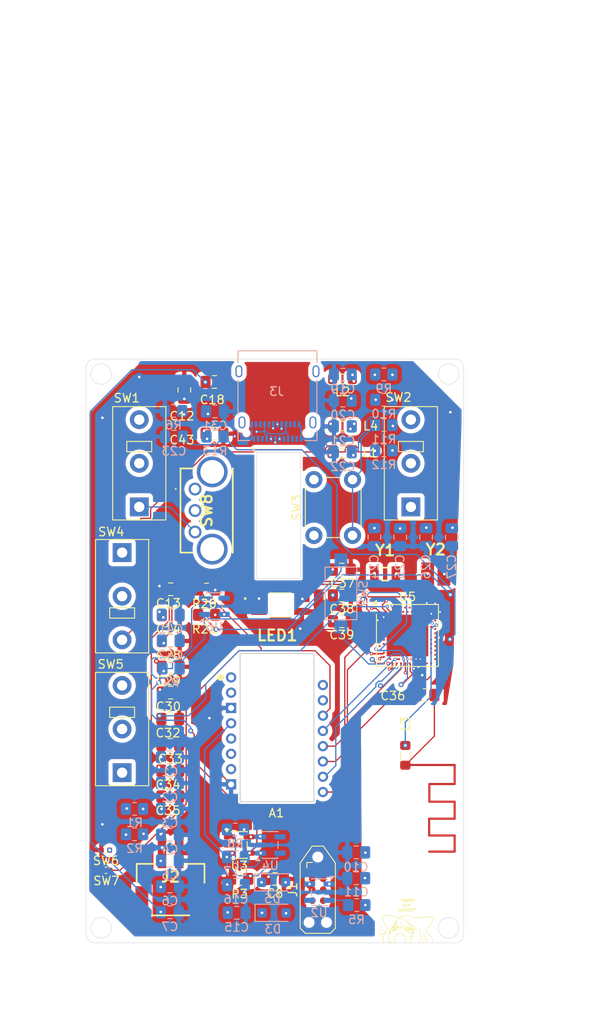
<source format=kicad_pcb>
(kicad_pcb (version 20241229) (generator "pcbnew") (generator_version "9.0")
  (layers (0 "F.Cu" signal) (4 "In1.Cu" signal) (6 "In2.Cu" signal) (8 "In3.Cu" signal) (10 "In4.Cu" signal) (2 "B.Cu" signal) (13 "F.Paste" user) (15 "B.Paste" user) (5 "F.SilkS" user "F.Silkscreen") (7 "B.SilkS" user "B.Silkscreen") (1 "F.Mask" user) (3 "B.Mask" user) (25 "Edge.Cuts" user))
  (net 0 "")
  (net 1 "+3.3V")
  (net 2 "MISO")
  (net 3 "MOTION")
  (net 4 "MOSI")
  (net 6 "MSNCS")
  (net 7 "Net-(A1-VDDREG)")
  (net 9 "GND")
  (net 10 "NRESET")
  (net 13 "VDD_1.9V")
  (net 14 "SCLK")
  (net 15 "Net-(A1-LED_P)")
  (net 16 "Net-(AE1-A)")
  (net 17 "+BATT")
  (net 18 "VDDW1")
  (net 19 "Net-(D3-K)")
  (net 20 "Switch1")
  (net 21 "Switch2")
  (net 22 "Switch3")
  (net 23 "Switch4")
  (net 24 "Switch5")
  (net 25 "C1-1")
  (net 26 "C1-2")
  (net 27 "C2-1")
  (net 28 "C2-2")
  (net 29 "Net-(U5-DEC1)")
  (net 30 "VBUS")
  (net 31 "Net-(J3-SHIELD)")
  (net 32 "RFDEC4")
  (net 33 "Net-(U5-DEC2)")
  (net 34 "Net-(U5-DEC3)")
  (net 35 "RFANT")
  (net 36 "Net-(U5-DEC5)")
  (net 37 "+5V")
  (net 38 "D-")
  (net 39 "D+")
  (net 40 "Net-(J3-CC1)")
  (net 41 "RFDCC")
  (net 42 "Net-(L1-Pad2)")
  (net 43 "DCCH")
  (net 44 "LED")
  (net 46 "Net-(U3-PROG)")
  (net 47 "Net-(U6-EN)")
  (net 48 "Net-(U2-EN)")
  (net 49 "Net-(U4-EN)")
  (net 50 "Net-(SW1-B)")
  (net 51 "Net-(SW2-B)")
  (net 52 "Net-(SW3-B)")
  (net 53 "Net-(SW4-B)")
  (net 54 "Net-(SW5-B)")
  (net 55 "RESET")
  (net 56 "RECW")
  (net 57 "RECCW")
  (net 86 "SWDCLK")
  (net 98 "Net-(SW9-B)")
  (net 100 "SWDIO")
  (footprint "Capacitor_SMD:C_0805_2012Metric_Pad1.18x1.45mm_HandSolder" (layer "F.Cu") (at 133.9 105.1)
    (property "Reference" "C39")
    (property "Value" "4.7μF")
  )
  (footprint "Button_Switch_THT:SW_PUSH_6mm" (layer "F.Cu") (at 130.65 95.1 90)
    (property "Reference" "SW3")
    (property "Value" "SW_SPST")
  )
  (footprint "Capacitor_SMD:C_0805_2012Metric_Pad1.18x1.45mm_HandSolder" (layer "F.Cu") (at 113.9625 113.41)
    (property "Reference" "C30")
    (property "Value" "1μF")
  )
  (footprint "Connector:Tag-Connect_TC2050-IDC-NL_2x05_P1.27mm_Vertical" (layer "F.Cu") (at 131.1 136.36 -90)
    (property "Reference" "J1")
    (property "Value" "TC2050")
  )
  (footprint "Resistor_SMD:R_0805_2012Metric_Pad1.20x1.40mm_HandSolder" (layer "F.Cu") (at 118.15 104.35)
    (property "Reference" "R21")
    (property "Value" "10kΩ")
  )
  (footprint "custom:SW_Tactile_SPDT_Omron_D2F" (layer "F.Cu") (at 108.3 97.1)
    (property "Reference" "SW4")
    (property "Value" "SW_SPST")
  )
  (footprint "Capacitor_SMD:C_0805_2012Metric_Pad1.18x1.45mm_HandSolder" (layer "F.Cu") (at 119.0625 77.23)
    (property "Reference" "C18")
    (property "Value" "10μF")
  )
  (footprint "Inductor_SMD:L_0805_2012Metric_Pad1.05x1.20mm_HandSolder" (layer "F.Cu") (at 133.9 85.5)
    (property "Reference" "L1")
    (property "Value" "10μH")
  )
  (footprint "Inductor_SMD:L_0805_2012Metric_Pad1.05x1.20mm_HandSolder" (layer "F.Cu") (at 141.3 120.7082 -90)
    (property "Reference" "L3")
    (property "Value" "3.3nH")
  )
  (footprint "Capacitor_SMD:C_0805_2012Metric_Pad1.18x1.45mm_HandSolder" (layer "F.Cu") (at 133.9 99.08)
    (property "Reference" "C37")
    (property "Value" "N.C.")
  )
  (footprint "custom:JSTPH2PINSMTRIGHTANGLECONNECTOR" (layer "F.Cu") (at 113.95 136.35)
    (property "Reference" "J2")
    (property "Value" "JSTPH" (hide yes))
  )
  (footprint "Package_TO_SOT_SMD:SOT-23-5" (layer "F.Cu") (at 121.9625 131.15)
    (property "Reference" "U3")
    (property "Value" "MCP73831-2-OT")
  )
  (footprint "Capacitor_SMD:C_0805_2012Metric_Pad1.18x1.45mm_HandSolder" (layer "F.Cu") (at 133.9 102.09)
    (property "Reference" "C38")
    (property "Value" "100nF")
  )
  (footprint "Capacitor_SMD:C_0805_2012Metric_Pad1.18x1.45mm_HandSolder" (layer "F.Cu") (at 126.1125 135.1)
    (property "Reference" "C8")
    (property "Value" "10μF")
  )
  (footprint "Capacitor_SMD:C_0402_1005Metric" (layer "F.Cu") (at 106.37 131.75)
    (property "Reference" "SW6")
    (property "Value" "SW_SPST")
  )
  (footprint "Package_DFN_QFN:Nordic_AQFN-73-1EP_7x7mm_P0.5mm" (layer "F.Cu") (at 141.55 106.75)
    (property "Reference" "U5")
    (property "Value" "nRF52840")
  )
  (footprint "custom:PAW3395" (layer "F.Cu") (at 121 111.635)
    (property "Reference" "A1")
    (property "Value" "~")
    (fp_line (start 1.05 -2.78) (end 1.05 14.48) (stroke (width 0.12)) (layer "Edge.Cuts"))
    (fp_line (start 1.05 -2.78) (end 9.65 -2.78) (stroke (width 0.12)) (layer "Edge.Cuts"))
    (fp_line (start 1.05 14.48) (end 9.65 14.48) (stroke (width 0.12)) (layer "Edge.Cuts"))
    (fp_line (start 9.65 -2.78) (end 9.65 14.48) (stroke (width 0.12)) (layer "Edge.Cuts"))
  )
  (footprint "custom:ABM8A32000MHZD2YT3" (layer "F.Cu") (at 144.85 99.6)
    (property "Reference" "Y2")
    (property "Value" "32 Hz" (hide yes))
  )
  (footprint "custom:FC135327680KAA" (layer "F.Cu") (at 138.95 99.6)
    (property "Reference" "Y1")
    (property "Value" "32.768 Hz" (hide yes))
  )
  (footprint "Capacitor_SMD:C_0805_2012Metric_Pad1.18x1.45mm_HandSolder" (layer "F.Cu") (at 119.0625 83.25)
    (property "Reference" "C43")
    (property "Value" "10μF")
  )
  (footprint "Capacitor_SMD:C_0805_2012Metric_Pad1.18x1.45mm_HandSolder" (layer "F.Cu") (at 113.9125 119.49)
    (property "Reference" "C33")
    (property "Value" "N.C.")
  )
  (footprint "custom:EC10E1220503" (layer "F.Cu") (at 116.8 89.7 -90)
    (property "Reference" "SW8")
    (property "Value" "RotaryEncoder" (hide yes))
  )
  (footprint "custom:SW_Tactile_SPDT_Omron_D2F" (layer "F.Cu") (at 141.95 91.78 180)
    (property "Reference" "SW2")
    (property "Value" "SW_SPST")
  )
  (footprint "Capacitor_SMD:C_0805_2012Metric_Pad1.18x1.45mm_HandSolder" (layer "F.Cu") (at 113.9125 122.5)
    (property "Reference" "C34")
    (property "Value" "100pF")
  )
  (footprint "Resistor_SMD:R_0805_2012Metric_Pad1.20x1.40mm_HandSolder" (layer "F.Cu") (at 122 135.1)
    (property "Reference" "R3")
    (property "Value" "2kΩ")
  )
  (footprint "Inductor_SMD:L_0805_2012Metric_Pad1.05x1.20mm_HandSolder" (layer "F.Cu") (at 133.98 82.375)
    (property "Reference" "L4")
    (property "Value" "10μH")
  )
  (footprint "Inductor_SMD:L_0805_2012Metric_Pad1.05x1.20mm_HandSolder" (layer "F.Cu") (at 133.98 76.875)
    (property "Reference" "L2")
    (property "Value" "15nH")
  )
  (footprint "Capacitor_SMD:C_0805_2012Metric_Pad1.18x1.45mm_HandSolder" (layer "F.Cu") (at 113.9125 125.51)
    (property "Reference" "C35")
    (property "Value" "0.8pF")
  )
  (footprint "Capacitor_SMD:C_0805_2012Metric_Pad1.18x1.45mm_HandSolder" (layer "F.Cu") (at 113.9625 101.37)
    (property "Reference" "C13")
    (property "Value" "100nF")
  )
  (footprint "Capacitor_SMD:C_0805_2012Metric_Pad1.18x1.45mm_HandSolder" (layer "F.Cu") (at 143.65 113.7 180)
    (property "Reference" "C36")
    (property "Value" "0.5pF")
  )
  (footprint "Capacitor_SMD:C_0805_2012Metric_Pad1.18x1.45mm_HandSolder" (layer "F.Cu") (at 113.9125 116.48)
    (property "Reference" "C32")
    (property "Value" "1μF")
  )
  (footprint "Capacitor_SMD:C_0805_2012Metric_Pad1.18x1.45mm_HandSolder" (layer "F.Cu") (at 113.9625 104.38)
    (property "Reference" "C14")
    (property "Value" "100nF")
  )
  (footprint "Capacitor_SMD:C_0402_1005Metric" (layer "F.Cu") (at 106.42 134.1)
    (property "Reference" "SW7")
    (property "Value" "SW_SPST")
  )
  (footprint "Resistor_SMD:R_0805_2012Metric_Pad1.20x1.40mm_HandSolder" (layer "F.Cu") (at 118.15 101.4)
    (property "Reference" "R20")
    (property "Value" "10kΩ")
  )
  (footprint "Capacitor_SMD:C_0805_2012Metric_Pad1.18x1.45mm_HandSolder" (layer "F.Cu") (at 115.55 78.15 90)
    (property "Reference" "C12")
    (property "Value" "10μF")
  )
  (footprint "Capacitor_SMD:C_0805_2012Metric_Pad1.18x1.45mm_HandSolder" (layer "F.Cu") (at 113.9625 110.4)
    (property "Reference" "C29")
    (property "Value" "4.7μF")
  )
  (footprint "Capacitor_SMD:C_0805_2012Metric_Pad1.18x1.45mm_HandSolder" (layer "F.Cu") (at 113.9625 107.39)
    (property "Reference" "C28")
    (property "Value" "100nF")
  )
  (footprint "custom:SW_Tactile_SPDT_Omron_D2F" (layer "F.Cu") (at 110.3 91.78 180)
    (property "Reference" "SW1")
    (property "Value" "SW_SPST")
  )
  (footprint "custom:SK6812MINIE" (layer "F.Cu") (at 126.75 103.2)
    (property "Reference" "LED1")
    (property "Value" "SK6812MINI-E" (hide yes))
  )
  (footprint "custom:LOGO" (layer "F.Cu") (at 141.65 139.075)
    (property "Reference" "G***" (hide yes))
    (property "Value" "LOGO" (hide yes))
  )
  (footprint "custom:SW_Tactile_SPDT_Omron_D2F" (layer "F.Cu") (at 108.3 122.73 180)
    (property "Reference" "SW5")
    (property "Value" "SW_SPST")
  )
  (footprint "Capacitor_SMD:C_0805_2012Metric_Pad1.18x1.45mm_HandSolder" (layer "B.Cu") (at 113.87 126.95)
    (property "Reference" "C3")
    (property "Value" "10μF")
  )
  (footprint "Capacitor_SMD:C_0805_2012Metric_Pad1.18x1.45mm_HandSolder" (layer "B.Cu") (at 134.02 85.41)
    (property "Reference" "C22")
    (property "Value" "100nF")
  )
  (footprint "Button_Switch_SMD:SW_SPST_CK_RS282G05A3" (layer "B.Cu") (at 133.8 101.85 90)
    (property "Reference" "SW9")
    (property "Value" "SW_SPST")
  )
  (footprint "Capacitor_SMD:C_0805_2012Metric_Pad1.18x1.45mm_HandSolder" (layer "B.Cu") (at 113.87 129.96)
    (property "Reference" "C4")
    (property "Value" "100nF")
  )
  (footprint "Resistor_SMD:R_0805_2012Metric_Pad1.20x1.40mm_HandSolder" (layer "B.Cu") (at 138.8 79.3)
    (property "Reference" "R10")
    (property "Value" "10kΩ")
  )
  (footprint "Capacitor_SMD:C_0805_2012Metric_Pad1.18x1.45mm_HandSolder" (layer "B.Cu") (at 113.87 135.98)
    (property "Reference" "C6")
    (property "Value" "10μF")
  )
  (footprint "Capacitor_SMD:C_0805_2012Metric_Pad1.18x1.45mm_HandSolder" (layer "B.Cu") (at 119.1125 80.65)
    (property "Reference" "C31")
    (property "Value" "100nF")
  )
  (footprint "Capacitor_SMD:C_0805_2012Metric_Pad1.18x1.45mm_HandSolder" (layer "B.Cu") (at 121.55 132.55)
    (property "Reference" "C17")
    (property "Value" "1μF")
  )
  (footprint "Capacitor_SMD:C_0805_2012Metric_Pad1.18x1.45mm_HandSolder" (layer "B.Cu") (at 113.97 104.34)
    (property "Reference" "C41")
    (property "Value" "10μF")
  )
  (footprint "Capacitor_SMD:C_0805_2012Metric_Pad1.18x1.45mm_HandSolder" (layer "B.Cu") (at 135.5875 135.02 180)
    (property "Reference" "C11")
    (property "Value" "1μF")
  )
  (footprint "Resistor_SMD:R_0805_2012Metric_Pad1.20x1.40mm_HandSolder" (layer "B.Cu") (at 135.65 138.15 180)
    (property "Reference" "R5")
    (property "Value" "100kΩ")
  )
  (footprint "Capacitor_SMD:C_0805_2012Metric_Pad1.18x1.45mm_HandSolder" (layer "B.Cu") (at 146.73 95.3 90)
    (property "Reference" "C27")
    (property "Value" "12pF")
  )
  (footprint "Package_TO_SOT_SMD:SOT-23-5" (layer "B.Cu") (at 131.2875 136.65 180)
    (property "Reference" "U2")
    (property "Value" "SPX3819M5-L-3-3")
  )
  (footprint "Capacitor_SMD:C_0805_2012Metric_Pad1.18x1.45mm_HandSolder" (layer "B.Cu") (at 113.87 123.94)
    (property "Reference" "C2")
    (property "Value" "100nF")
  )
  (footprint "Capacitor_SMD:C_0805_2012Metric_Pad1.18x1.45mm_HandSolder" (layer "B.Cu") (at 137.7 95.3 90)
    (property "Reference" "C24")
    (property "Value" "12pF")
  )
  (footprint "Capacitor_SMD:C_0805_2012Metric_Pad1.18x1.45mm_HandSolder" (layer "B.Cu") (at 113.97 107.35)
    (property "Reference" "C42")
    (property "Value" "1μF")
  )
  (footprint "Resistor_SMD:R_0805_2012Metric_Pad1.20x1.40mm_HandSolder" (layer "B.Cu") (at 138.8 82.25)
    (property "Reference" "R11")
    (property "Value" "10kΩ")
  )
  (footprint "Capacitor_SMD:C_0805_2012Metric_Pad1.18x1.45mm_HandSolder" (layer "B.Cu") (at 121.5625 135.8)
    (property "Reference" "C16")
    (property "Value" "10μF")
  )
  (footprint "Resistor_SMD:R_0805_2012Metric_Pad1.20x1.40mm_HandSolder" (layer "B.Cu") (at 121.5 129.35)
    (property "Reference" "R8")
    (property "Value" "100kΩ")
  )
  (footprint "Resistor_SMD:R_0805_2012Metric_Pad1.20x1.40mm_HandSolder" (layer "B.Cu") (at 114.3 80.6)
    (property "Reference" "R6")
    (property "Value" "5.1kΩ")
  )
  (footprint "Capacitor_SMD:C_0805_2012Metric_Pad1.18x1.45mm_HandSolder" (layer "B.Cu") (at 143.72 95.3 90)
    (property "Reference" "C26")
    (property "Value" "12pF")
  )
  (footprint "custom:AMPHENOL_12401598E4_2A" (layer "B.Cu") (at 126.4 83.19)
    (property "Reference" "J3")
    (property "Value" "USB_C_Receptacle_USB2.0_14P")
    (fp_line (start 3.45 0.325) (end 3.75 0.325) (stroke (width 0.01)) (layer "Edge.Cuts"))
    (fp_line (start 3.75 -0.325) (end 3.45 -0.325) (stroke (width 0.01)) (layer "Edge.Cuts"))
    (fp_arc (start 3.125 0) (mid 3.22019 -0.22981) (end 3.45 -0.325) (stroke (width 0.01)) (layer "Edge.Cuts"))
    (fp_arc (start 3.45 0.325) (mid 3.22019 0.22981) (end 3.125 0) (stroke (width 0.01)) (layer "Edge.Cuts"))
    (fp_arc (start 3.75 -0.325) (mid 3.97981 -0.22981) (end 4.075 0) (stroke (width 0.01)) (layer "Edge.Cuts"))
    (fp_arc (start 4.075 0) (mid 3.97981 0.22981) (end 3.75 0.325) (stroke (width 0.01)) (layer "Edge.Cuts"))
  )
  (footprint "Capacitor_SMD:C_0805_2012Metric_Pad1.18x1.45mm_HandSolder" (layer "B.Cu") (at 113.87 120.93)
    (property "Reference" "C1")
    (property "Value" "4.7μF")
  )
  (footprint "Resistor_SMD:R_0805_2012Metric_Pad1.20x1.40mm_HandSolder" (layer "B.Cu") (at 114 110.6)
    (property "Reference" "R4")
    (property "Value" "100kΩ")
  )
  (footprint "Resistor_SMD:R_0805_2012Metric_Pad1.20x1.40mm_HandSolder" (layer "B.Cu") (at 109.75 129.9)
    (property "Reference" "R2")
    (property "Value" "5.6Ω")
  )
  (footprint "Capacitor_SMD:C_0805_2012Metric_Pad1.18x1.45mm_HandSolder" (layer "B.Cu") (at 113.87 132.97)
    (property "Reference" "C5")
    (property "Value" "100nF")
  )
  (footprint "Package_TO_SOT_SMD:SOT-23-5" (layer "B.Cu") (at 125.5625 131.15)
    (property "Reference" "U4")
    (property "Value" "TLV70019_SOT23-5")
  )
  (footprint "Capacitor_SMD:C_0805_2012Metric_Pad1.18x1.45mm_HandSolder" (layer "B.Cu") (at 114.35 83.6)
    (property "Reference" "C23")
    (property "Value" "100nF")
  )
  (footprint "Capacitor_SMD:C_0805_2012Metric_Pad1.18x1.45mm_HandSolder" (layer "B.Cu") (at 140.71 95.3 90)
    (property "Reference" "C25")
    (property "Value" "12pF")
  )
  (footprint "Capacitor_SMD:C_0805_2012Metric_Pad1.18x1.45mm_HandSolder" (layer "B.Cu") (at 134.02 76.38)
    (property "Reference" "C19")
    (property "Value" "100nF")
  )
  (footprint "Resistor_SMD:R_0805_2012Metric_Pad1.20x1.40mm_HandSolder" (layer "B.Cu") (at 109.75 126.95)
    (property "Reference" "R1")
    (property "Value" "10kΩ")
  )
  (footprint "Package_TO_SOT_SMD:SOT-23-5" (layer "B.Cu") (at 119.05 103.35)
    (property "Reference" "U6")
    (property "Value" "SPX3819M5-L-5-0")
  )
  (footprint "Resistor_SMD:R_0805_2012Metric_Pad1.20x1.40mm_HandSolder" (layer "B.Cu") (at 138.8 76.35)
    (property "Reference" "R9")
    (property "Value" "10kΩ")
  )
  (footprint "Capacitor_SMD:C_0805_2012Metric_Pad1.18x1.45mm_HandSolder" (layer "B.Cu") (at 135.5875 132.01 180)
    (property "Reference" "C10")
    (property "Value" "10μF")
  )
  (footprint "Capacitor_SMD:C_0805_2012Metric_Pad1.18x1.45mm_HandSolder" (layer "B.Cu") (at 134.02 79.39)
    (property "Reference" "C20")
    (property "Value" "100nF")
  )
  (footprint "Diode_SMD:D_SOD-123F" (layer "B.Cu") (at 125.95 135.5)
    (property "Reference" "D5")
    (property "Value" "MBR1020VL")
  )
  (footprint "Capacitor_SMD:C_0805_2012Metric_Pad1.18x1.45mm_HandSolder" (layer "B.Cu") (at 121.65 139.05)
    (property "Reference" "C15")
    (property "Value" "10μF")
  )
  (footprint "Resistor_SMD:R_0805_2012Metric_Pad1.20x1.40mm_HandSolder" (layer "B.Cu") (at 138.8 85.2)
    (property "Reference" "R12")
    (property "Value" "10kΩ")
  )
  (footprint "Capacitor_SMD:C_0805_2012Metric_Pad1.18x1.45mm_HandSolder" (layer "B.Cu") (at 113.87 138.99)
    (property "Reference" "C7")
    (property "Value" "33uF")
  )
  (footprint "Resistor_SMD:R_0805_2012Metric_Pad1.20x1.40mm_HandSolder" (layer "B.Cu") (at 119.13 83.6)
    (property "Reference" "R13")
    (property "Value" "10kΩ")
  )
  (footprint "Diode_SMD:D_SOD-123F" (layer "B.Cu") (at 126 139.05)
    (property "Reference" "D3")
    (property "Value" "MBR1020VL")
  )
  (footprint "Capacitor_SMD:C_0805_2012Metric_Pad1.18x1.45mm_HandSolder" (layer "B.Cu") (at 134.02 82.4)
    (property "Reference" "C21")
    (property "Value" "100nF")
  )
  (gr_circle (center 146.35 76.3) (end 146.35 75.1) (stroke (width 0.05)) (fill no) (layer "Edge.Cuts"))
  (gr_line (start 104.1 75.55) (end 104.1 141.55) (stroke (width 0.05)) (layer "Edge.Cuts"))
  (gr_arc (start 147.1 74.55) (mid 147.807107 74.842893) (end 148.1 75.55) (stroke (width 0.05)) (layer "Edge.Cuts"))
  (gr_circle (center 146.35 140.8) (end 146.35 139.6) (stroke (width 0.05)) (fill no) (layer "Edge.Cuts"))
  (gr_circle (center 105.85 140.8) (end 105.85 139.6) (stroke (width 0.05)) (fill no) (layer "Edge.Cuts"))
  (gr_line (start 105.1 142.55) (end 147.1 142.55) (stroke (width 0.05)) (layer "Edge.Cuts"))
  (gr_arc (start 104.1 75.55) (mid 104.392893 74.842893) (end 105.1 74.55) (stroke (width 0.05)) (layer "Edge.Cuts"))
  (gr_rect (start 123.95 85.45) (end 129.1 100.1) (stroke (width 0.05)) (fill no) (layer "Edge.Cuts"))
  (gr_circle (center 105.85 76.3) (end 105.85 75.1) (stroke (width 0.05)) (fill no) (layer "Edge.Cuts"))
  (gr_line (start 147.1 74.55) (end 105.1 74.55) (stroke (width 0.05)) (layer "Edge.Cuts"))
  (gr_arc (start 105.1 142.55) (mid 104.392893 142.257107) (end 104.1 141.55) (stroke (width 0.05)) (layer "Edge.Cuts"))
  (gr_arc (start 148.1 141.55) (mid 147.807107 142.257107) (end 147.1 142.55) (stroke (width 0.05)) (layer "Edge.Cuts"))
  (gr_line (start 148.1 141.55) (end 148.1 75.55) (stroke (width 0.05)) (layer "Edge.Cuts"))
  (via blind (at 115.55 79.2) (size 0.6) (drill 0.3) (layers "F.Cu" "In2.Cu") (net 1))
  (via blind (at 119.15 101.45) (size 0.6) (drill 0.3) (layers "F.Cu" "In2.Cu") (net 1))
  (via blind (at 119.15 104.35) (size 0.6) (drill 0.3) (layers "F.Cu" "In2.Cu") (net 1))
  (segment (start 110.3 91.78) (end 113.88 91.78) (width 0.15) (layer "B.Cu") (net 1))
  (segment (start 113.88 91.78) (end 116.8 94.7) (width 0.15) (layer "B.Cu") (net 1))
  (via blind (at 136.65 132.05) (size 0.6) (drill 0.3) (layers "In2.Cu" "B.Cu") (net 1))
  (via blind (at 112.8 129.9) (size 0.6) (drill 0.3) (layers "In2.Cu" "B.Cu") (net 1))
  (via blind (at 108.85 126.9) (size 0.6) (drill 0.3) (layers "In2.Cu" "B.Cu") (net 1))
  (via blind (at 136.6 135) (size 0.6) (drill 0.3) (layers "In2.Cu" "B.Cu") (net 1))
  (via blind (at 112.9 126.95) (size 0.6) (drill 0.3) (layers "In2.Cu" "B.Cu") (net 1))
  (via blind (at 130.15 135.7) (size 0.6) (drill 0.3) (layers "In2.Cu" "B.Cu") (net 1))
  (segment (start 134.25 109.3) (end 134.25 118.5) (width 0.15) (layer "F.Cu") (net 2))
  (segment (start 133.105 119.645) (end 131.7 119.645) (width 0.15) (layer "F.Cu") (net 2))
  (segment (start 134.25 118.5) (end 133.105 119.645) (width 0.15) (layer "F.Cu") (net 2))
  (segment (start 137.05 106.5) (end 134.25 109.3) (width 0.15) (layer "F.Cu") (net 2))
  (segment (start 138.3 106.5) (end 137.05 106.5) (width 0.15) (layer "F.Cu") (net 2))
  (segment (start 140.8 110.65) (end 140.8 110) (width 0.15) (layer "F.Cu") (net 3))
  (segment (start 134.852 124.448) (end 134.852 116.598) (width 0.15) (layer "F.Cu") (net 3))
  (segment (start 134.315 124.985) (end 134.852 124.448) (width 0.15) (layer "F.Cu") (net 3))
  (segment (start 134.852 116.598) (end 140.8 110.65) (width 0.15) (layer "F.Cu") (net 3))
  (segment (start 131.7 124.985) (end 134.315 124.985) (width 0.15) (layer "F.Cu") (net 3))
  (segment (start 134.551 120.049) (end 133.175 121.425) (width 0.15) (layer "F.Cu") (net 4))
  (segment (start 134.551 110.749) (end 134.551 120.049) (width 0.15) (layer "F.Cu") (net 4))
  (segment (start 133.175 121.425) (end 131.7 121.425) (width 0.15) (layer "F.Cu") (net 4))
  (segment (start 138.3 107) (end 134.551 110.749) (width 0.15) (layer "F.Cu") (net 4))
  (via blind (at 110.75 126.95) (size 0.6) (drill 0.3) (layers "In1.Cu" "B.Cu") (net 4))
  (segment (start 140.125 109.525) (end 140.525 109.525) (width 0.15) (layer "F.Cu") (net 6))
  (segment (start 140.525 109.525) (end 140.55 109.5) (width 0.15) (layer "F.Cu") (net 6))
  (via blind (at 140.125 109.525) (size 0.4) (drill 0.2) (layers "F.Cu" "B.Cu") (net 6))
  (segment (start 140.065 109.5) (end 131.7 117.865) (width 0.15) (layer "B.Cu") (net 6))
  (segment (start 140.125 109.525) (end 140.1 109.5) (width 0.15) (layer "B.Cu") (net 6))
  (segment (start 140.1 109.5) (end 140.065 109.5) (width 0.15) (layer "B.Cu") (net 6))
  (via blind (at 112.85 120.9) (size 0.6) (drill 0.3) (layers "In1.Cu" "B.Cu") (net 7))
  (via blind (at 112.8 124.05) (size 0.6) (drill 0.3) (layers "In1.Cu" "B.Cu") (net 7))
  (segment (start 129.151 106.051) (end 129.05 105.95) (width 0.15) (layer "F.Cu") (net 9))
  (segment (start 140 113.7) (end 142.6125 113.7) (width 0.15) (layer "F.Cu") (net 9))
  (segment (start 144.38374 105.25) (end 143.05 105.25) (width 0.15) (layer "F.Cu") (net 9))
  (segment (start 115 104.38) (end 115 107.39) (width 0.15) (layer "F.Cu") (net 9))
  (segment (start 144.424003 105.290263) (end 144.38374 105.25) (width 0.15) (layer "F.Cu") (net 9))
  (segment (start 114.95 122.5) (end 114.95 119.49) (width 0.15) (layer "F.Cu") (net 9))
  (segment (start 139.787513 103.275) (end 139.787513 103.300034) (width 0.15) (layer "F.Cu") (net 9))
  (segment (start 139.787513 103.300034) (end 139.8 103.312521) (width 0.15) (layer "F.Cu") (net 9))
  (segment (start 140.05 105.25) (end 141.55 106.75) (width 0.15) (layer "F.Cu") (net 9))
  (segment (start 133.9865 106.051) (end 129.151 106.051) (width 0.15) (layer "F.Cu") (net 9))
  (segment (start 114.95 113.46) (end 115 113.41) (width 0.15) (layer "F.Cu") (net 9))
  (segment (start 115 113.41) (end 115 110.4) (width 0.15) (layer "F.Cu") (net 9))
  (segment (start 121 115.195) (end 120.205 115.195) (width 0.15) (layer "F.Cu") (net 9))
  (segment (start 134.9375 102.09) (end 134.379906 102.09) (width 0.15) (layer "F.Cu") (net 9))
  (segment (start 114.95 119.49) (end 114.95 116.48) (width 0.15) (layer "F.Cu") (net 9))
  (segment (start 139.8 103.647545) (end 140.05 103.897545) (width 0.15) (layer "F.Cu") (net 9))
  (segment (start 127.15 135.1) (end 127.15 131.275) (width 0.15) (layer "F.Cu") (net 9))
  (segment (start 143.05 105.25) (end 141.55 106.75) (width 0.15) (layer "F.Cu") (net 9))
  (segment (start 134.9375 105.1) (end 133.9865 106.051) (width 0.15) (layer "F.Cu") (net 9))
  (segment (start 115 101.37) (end 115 104.38) (width 0.15) (layer "F.Cu") (net 9))
  (segment (start 129.25 103.95) (end 129.25 105.75) (width 0.15) (layer "F.Cu") (net 9))
  (segment (start 140.05 104) (end 140.05 105.25) (width 0.15) (layer "F.Cu") (net 9))
  (segment (start 133.139 125.286) (end 134.439678 125.286) (width 0.15) (layer "F.Cu") (net 9))
  (segment (start 134.439678 125.286) (end 135.153 124.572678) (width 0.15) (layer "F.Cu") (net 9))
  (segment (start 144.424003 105.290263) (end 144.340263 105.290263) (width 0.15) (layer "F.Cu") (net 9))
  (segment (start 134.379906 102.09) (end 130.519906 105.95) (width 0.15) (layer "F.Cu") (net 9))
  (segment (start 144.340263 105.290263) (end 144.3 105.25) (width 0.15) (layer "F.Cu") (net 9))
  (segment (start 130.519906 105.95) (end 129.05 105.95) (width 0.15) (layer "F.Cu") (net 9))
  (segment (start 119.7 122.795) (end 121 124.095) (width 0.15) (layer "F.Cu") (net 9))
  (segment (start 139.8 103.312521) (end 139.8 103.647545) (width 0.15) (layer "F.Cu") (net 9))
  (segment (start 140.05 103.897545) (end 140.05 104) (width 0.15) (layer "F.Cu") (net 9))
  (segment (start 129.25 105.75) (end 129.05 105.95) (width 0.15) (layer "F.Cu") (net 9))
  (segment (start 127.15 131.275) (end 133.139 125.286) (width 0.15) (layer "F.Cu") (net 9))
  (segment (start 135.153 124.572678) (end 135.153 118.547) (width 0.15) (layer "F.Cu") (net 9))
  (segment (start 119.7 115.7) (end 119.7 122.795) (width 0.15) (layer "F.Cu") (net 9))
  (segment (start 120.205 115.195) (end 119.7 115.7) (width 0.15) (layer "F.Cu") (net 9))
  (segment (start 114.95 125.51) (end 114.95 122.5) (width 0.15) (layer "F.Cu") (net 9))
  (segment (start 114.95 116.48) (end 114.95 113.46) (width 0.15) (layer "F.Cu") (net 9))
  (segment (start 135.153 118.547) (end 140 113.7) (width 0.15) (layer "F.Cu") (net 9))
  (via (at 146.55 80.75) (size 1) (drill 0.3) (layers "F.Cu" "B.Cu") (net 9))
  (via (at 129.05 105.95) (size 1) (drill 0.3) (layers "F.Cu" "B.Cu") (net 9))
  (via (at 106 128.75) (size 1) (drill 0.3) (layers "F.Cu" "B.Cu") (net 9))
  (via blind (at 139.787513 103.275) (size 0.4) (drill 0.2) (layers "F.Cu" "B.Cu") (net 9))
  (via (at 106 81.4) (size 1) (drill 0.3) (layers "F.Cu" "B.Cu") (net 9))
  (via (at 118.475 116.375) (size 0.6) (drill 0.3) (layers "F.Cu" "B.Cu") (net 9))
  (via (at 110.3 76.65) (size 1) (drill 0.3) (layers "F.Cu" "B.Cu") (net 9))
  (via blind (at 144.424003 105.290263) (size 0.4) (drill 0.2) (layers "F.Cu" "B.Cu") (net 9))
  (segment (start 123.4 82.15) (end 123.4 83.6) (width 0.15) (layer "B.Cu") (net 9))
  (segment (start 118.801 102.090098) (end 118.040902 101.33) (width 0.15) (layer "B.Cu") (net 9))
  (segment (start 118.801 102.709902) (end 118.801 102.090098) (width 0.15) (layer "B.Cu") (net 9))
  (segment (start 115.0075 107.35) (end 115.0075 104.34) (width 0.15) (layer "B.Cu") (net 9))
  (segment (start 118.160902 103.35) (end 118.801 102.709902) (width 0.15) (layer "B.Cu") (net 9))
  (segment (start 134.55 129) (end 132.8 127.25) (width 0.15) (layer "B.Cu") (net 9))
  (segment (start 129.15 82.4) (end 129.15 83.85) (width 0.15) (layer "B.Cu") (net 9))
  (segment (start 123.9875 131.15) (end 124.425 131.15) (width 0.15) (layer "B.Cu") (net 9))
  (segment (start 132.8 127.25) (end 122.65 127.25) (width 0.15) (layer "B.Cu") (net 9))
  (segment (start 119.655 115.195) (end 118.475 116.375) (width 0.15) (layer "B.Cu") (net 9))
  (segment (start 122.6 135.8) (end 122.6 138.9625) (width 0.15) (layer "B.Cu") (net 9))
  (segment (start 121 125.6) (end 121 124.095) (width 0.15) (layer "B.Cu") (net 9))
  (segment (start 122.5875 132.55) (end 123.9875 131.15) (width 0.15) (layer "B.Cu") (net 9))
  (segment (start 123.65 83.85) (end 122.625 83.85) (width 0.15) (layer "B.Cu") (net 9))
  (segment (start 122.65 127.25) (end 121 125.6) (width 0.15) (layer "B.Cu") (net 9))
  (segment (start 121 115.195) (end 119.655 115.195) (width 0.15) (layer "B.Cu") (net 9))
  (segment (start 114.9075 139.3325) (end 114.9075 138.99) (width 0.15) (layer "B.Cu") (net 9))
  (segment (start 129.15 83.85) (end 131.4225 83.85) (width 0.15) (layer "B.Cu") (net 9))
  (segment (start 124.425 131.15) (end 132.4 131.15) (width 0.15) (layer "B.Cu") (net 9))
  (segment (start 122.625 83.85) (end 120.15 81.375) (width 0.15) (layer "B.Cu") (net 9))
  (segment (start 122.6 138.9625) (end 122.6875 139.05) (width 0.15) (layer "B.Cu") (net 9))
  (segment (start 122.6875 139.05) (end 121.0625 140.675) (width 0.15) (layer "B.Cu") (net 9))
  (segment (start 132.4 131.15) (end 134.55 129) (width 0.15) (layer "B.Cu") (net 9))
  (segment (start 131.4225 83.85) (end 132.9825 85.41) (width 0.15) (layer "B.Cu") (net 9))
  (segment (start 128.9 82.15) (end 129.15 82.4) (width 0.15) (layer "B.Cu") (net 9))
  (segment (start 120.15 81.375) (end 120.15 80.65) (width 0.15) (layer "B.Cu") (net 9))
  (segment (start 121.0625 140.675) (end 116.25 140.675) (width 0.15) (layer "B.Cu") (net 9))
  (segment (start 118.040902 101.33) (end 115.0075 101.33) (width 0.15) (layer "B.Cu") (net 9))
  (segment (start 123.4 83.6) (end 123.65 83.85) (width 0.15) (layer "B.Cu") (net 9))
  (segment (start 116.25 140.675) (end 114.9075 139.3325) (width 0.15) (layer "B.Cu") (net 9))
  (segment (start 117.9125 103.35) (end 118.160902 103.35) (width 0.15) (layer "B.Cu") (net 9))
  (segment (start 115.0075 104.34) (end 115.0075 101.33) (width 0.15) (layer "B.Cu") (net 9))
  (segment (start 124.5 108.219906) (end 118.606094 102.326) (width 0.15) (layer "F.Cu") (net 10))
  (segment (start 108.05 134.1) (end 106.9 134.1) (width 0.15) (layer "F.Cu") (net 10))
  (segment (start 132.526 110.269966) (end 130.785034 108.529) (width 0.15) (layer "F.Cu") (net 10))
  (segment (start 118.076 102.326) (end 117.15 101.4) (width 0.15) (layer "F.Cu") (net 10))
  (segment (start 118.606094 102.326) (end 118.076 102.326) (width 0.15) (layer "F.Cu") (net 10))
  (segment (start 124.5 108.529) (end 124.5 108.219906) (width 0.15) (layer "F.Cu") (net 10))
  (segment (start 130.785034 108.529) (end 124.5 108.529) (width 0.15) (layer "F.Cu") (net 10))
  (segment (start 132.526 115.259) (end 132.526 110.269966) (width 0.15) (layer "F.Cu") (net 10))
  (segment (start 124.5 108.529) (end 121.914966 108.529) (width 0.15) (layer "F.Cu") (net 10))
  (segment (start 115.7635 114.680466) (end 115.7635 126.3865) (width 0.15) (layer "F.Cu") (net 10))
  (segment (start 131.7 116.085) (end 132.526 115.259) (width 0.15) (layer "F.Cu") (net 10))
  (segment (start 121.914966 108.529) (end 115.7635 114.680466) (width 0.15) (layer "F.Cu") (net 10))
  (segment (start 115.7635 126.3865) (end 108.05 134.1) (width 0.15) (layer "F.Cu") (net 10))
  (via blind (at 118 77.25) (size 0.6) (drill 0.3) (layers "F.Cu" "B.Cu") (net 13))
  (segment (start 120.5 132.55) (end 120.5 133.454) (width 0.15) (layer "B.Cu") (net 13))
  (segment (start 118 77.25) (end 116.55 75.8) (width 0.15) (layer "B.Cu") (net 13))
  (segment (start 117.925 120.05) (end 121 116.975) (width 0.15) (layer "B.Cu") (net 13))
  (segment (start 124.125 134.725) (end 126.75 132.1) (width 0.15) (layer "B.Cu") (net 13))
  (segment (start 109.45 75.8) (end 104.6 80.65) (width 0.15) (layer "B.Cu") (net 13))
  (segment (start 117.925 129.975) (end 117.925 120.05) (width 0.15) (layer "B.Cu") (net 13))
  (segment (start 120.5 132.55) (end 117.925 129.975) (width 0.15) (layer "B.Cu") (net 13))
  (segment (start 104.6 130.7575) (end 112.8325 138.99) (width 0.15) (layer "B.Cu") (net 13))
  (segment (start 104.6 80.65) (end 104.6 130.7575) (width 0.15) (layer "B.Cu") (net 13))
  (segment (start 116.55 75.8) (end 109.45 75.8) (width 0.15) (layer "B.Cu") (net 13))
  (segment (start 120.5 133.454) (end 121.771 134.725) (width 0.15) (layer "B.Cu") (net 13))
  (segment (start 121.771 134.725) (end 124.125 134.725) (width 0.15) (layer "B.Cu") (net 13))
  (via blind (at 120.5 132.55) (size 0.6) (drill 0.3) (layers "In1.Cu" "B.Cu") (net 13))
  (via blind (at 112.8 133) (size 0.6) (drill 0.3) (layers "In1.Cu" "B.Cu") (net 13))
  (via blind (at 108.75 129.95) (size 0.6) (drill 0.3) (layers "In1.Cu" "B.Cu") (net 13))
  (via blind (at 120.55 135.75) (size 0.6) (drill 0.3) (layers "In1.Cu" "B.Cu") (net 13))
  (via blind (at 112.8 138.95) (size 0.6) (drill 0.3) (layers "In1.Cu" "B.Cu") (net 13))
  (via blind (at 112.8 136.05) (size 0.6) (drill 0.3) (layers "In1.Cu" "B.Cu") (net 13))
  (segment (start 140.265552 110.483406) (end 140.25 110.467854) (width 0.15) (layer "F.Cu") (net 14))
  (segment (start 140.25 110.467854) (end 140.25 110.05) (width 0.15) (layer "F.Cu") (net 14))
  (segment (start 140.25 110.05) (end 140.3 110) (width 0.15) (layer "F.Cu") (net 14))
  (via blind (at 140.265552 110.483406) (size 0.4) (drill 0.2) (layers "F.Cu" "B.Cu") (net 14))
  (segment (start 131.895 123.205) (end 131.7 123.205) (width 0.15) (layer "B.Cu") (net 14))
  (segment (start 133.2 121.9) (end 131.895 123.205) (width 0.15) (layer "B.Cu") (net 14))
  (segment (start 140.249479 110.350521) (end 138.526 112.074) (width 0.15) (layer "B.Cu") (net 14))
  (segment (start 138.182123 112.074) (end 137.874 112.382123) (width 0.15) (layer "B.Cu") (net 14))
  (segment (start 137.874 112.726) (end 133.2 117.4) (width 0.15) (layer "B.Cu") (net 14))
  (segment (start 138.526 112.074) (end 138.182123 112.074) (width 0.15) (layer "B.Cu") (net 14))
  (segment (start 137.874 112.382123) (end 137.874 112.726) (width 0.15) (layer "B.Cu") (net 14))
  (segment (start 133.2 117.4) (end 133.2 121.9) (width 0.15) (layer "B.Cu") (net 14))
  (via blind (at 110.8 129.85) (size 0.6) (drill 0.3) (layers "In1.Cu" "B.Cu") (net 15))
  (segment (start 144.077795 128.0896) (end 144.077795 130.0454) (width 0.254) (layer "F.Cu") (net 16))
  (segment (start 147.046805 128.0896) (end 144.077795 128.0896) (width 0.254) (layer "F.Cu") (net 16))
  (segment (start 147.046805 126.1084) (end 147.046805 128.0896) (width 0.254) (layer "F.Cu") (net 16))
  (segment (start 147.046805 124.051) (end 144.103195 124.051) (width 0.254) (layer "F.Cu") (net 16))
  (segment (start 144.103195 124.051) (end 144.103195 126.1084) (width 0.254) (layer "F.Cu") (net 16))
  (segment (start 144.6875 118.4707) (end 144.6875 113.7) (width 0.15) (layer "F.Cu") (net 16))
  (segment (start 147.046805 126.1084) (end 144.103195 126.1084) (width 0.254) (layer "F.Cu") (net 16))
  (segment (start 147.046805 130.0454) (end 147.046805 131.925) (width 0.254) (layer "F.Cu") (net 16))
  (segment (start 141.3 121.8582) (end 144.6875 118.4707) (width 0.15) (layer "F.Cu") (net 16))
  (segment (start 147.046805 131.925) (end 144.082595 131.925) (width 0.254) (layer "F.Cu") (net 16))
  (segment (start 147.046805 130.0454) (end 144.077795 130.0454) (width 0.254) (layer "F.Cu") (net 16))
  (segment (start 147.046805 121.8332) (end 141.319595 121.8332) (width 0.254) (layer "F.Cu") (net 16))
  (segment (start 147.046805 121.8332) (end 147.046805 124.051) (width 0.254) (layer "F.Cu") (net 16))
  (segment (start 138.675 108.875) (end 138.8 108.75) (width 0.2) (layer "F.Cu") (net 17))
  (segment (start 137.35 108.875) (end 138.675 108.875) (width 0.2) (layer "F.Cu") (net 17))
  (via blind (at 112.95 131.45) (size 0.6) (drill 0.3) (layers "F.Cu" "In1.Cu") (net 17))
  (via blind (at 137.35 108.875) (size 0.4) (drill 0.2) (layers "F.Cu" "In1.Cu") (net 17))
  (via blind (at 132.85 105.1) (size 0.6) (drill 0.3) (layers "F.Cu" "In1.Cu") (net 17))
  (via blind (at 125.35 134.85) (size 0.6) (drill 0.3) (layers "F.Cu" "In1.Cu") (net 17))
  (via blind (at 121.15 132.1) (size 0.6) (drill 0.3) (layers "F.Cu" "In1.Cu") (net 17))
  (via blind (at 127.4 139.1) (size 0.6) (drill 0.3) (layers "In1.Cu" "B.Cu") (net 17))
  (segment (start 143.85 111.9) (end 142.85 111.9) (width 0.15) (layer "F.Cu") (net 18))
  (segment (start 137.875 108.325) (end 138.05 108.5) (width 0.15) (layer "F.Cu") (net 18))
  (segment (start 142.85 111.9) (end 142.175 111.225) (width 0.15) (layer "F.Cu") (net 18))
  (segment (start 141.875 110.075) (end 141.8 110) (width 0.15) (layer "F.Cu") (net 18))
  (segment (start 144.3 111.45) (end 143.85 111.9) (width 0.15) (layer "F.Cu") (net 18))
  (segment (start 144.3 110) (end 144.3 111.45) (width 0.15) (layer "F.Cu") (net 18))
  (segment (start 137.375 103.6) (end 137.9 103.6) (width 0.15) (layer "F.Cu") (net 18))
  (segment (start 140.8 112.475) (end 140.925 112.475) (width 0.15) (layer "F.Cu") (net 18))
  (segment (start 143.8 102.95) (end 143.8 103.5) (width 0.15) (layer "F.Cu") (net 18))
  (segment (start 141.875 110.925) (end 141.875 110.075) (width 0.15) (layer "F.Cu") (net 18))
  (segment (start 137.9 103.6) (end 138.3 104) (width 0.15) (layer "F.Cu") (net 18))
  (segment (start 140.925 112.475) (end 142.175 111.225) (width 0.15) (layer "F.Cu") (net 18))
  (segment (start 138.05 108.5) (end 138.3 108.5) (width 0.15) (layer "F.Cu") (net 18))
  (segment (start 141.875 110.925) (end 142.175 111.225) (width 0.15) (layer "F.Cu") (net 18))
  (via blind (at 137.875 108.325) (size 0.4) (drill 0.2) (layers "F.Cu" "B.Cu") (net 18))
  (via blind (at 132.85 102.05) (size 0.6) (drill 0.3) (layers "F.Cu" "B.Cu") (net 18))
  (via blind (at 143.8 102.95) (size 0.4) (drill 0.2) (layers "F.Cu" "In1.Cu") (net 18))
  (via blind (at 137.375 103.6) (size 0.4) (drill 0.2) (layers "F.Cu" "In1.Cu") (net 18))
  (via blind (at 112.65 101) (size 0.6) (drill 0.3) (layers "F.Cu" "In1.Cu") (net 18))
  (via blind (at 132.6 82.1) (size 0.6) (drill 0.3) (layers "F.Cu" "In2.Cu") (net 18))
  (via blind (at 112.7 113.05) (size 0.6) (drill 0.3) (layers "F.Cu" "In1.Cu") (net 18))
  (via blind (at 140.8 112.475) (size 0.6) (drill 0.3) (layers "F.Cu" "B.Cu") (net 18))
  (via blind (at 112.65 104) (size 0.6) (drill 0.3) (layers "F.Cu" "In1.Cu") (net 18))
  (segment (start 141.45 105.35) (end 141.45 102.775) (width 0.15) (layer "B.Cu") (net 18))
  (segment (start 138.3 108.5) (end 141.45 105.35) (width 0.15) (layer "B.Cu") (net 18))
  (segment (start 138.05 108.5) (end 138.3 108.5) (width 0.15) (layer "B.Cu") (net 18))
  (segment (start 140.425 101.75) (end 137.127568 101.75) (width 0.15) (layer "B.Cu") (net 18))
  (segment (start 140.7 108.5) (end 141.55 109.35) (width 0.15) (layer "B.Cu") (net 18))
  (segment (start 141.55 111.725) (end 140.8 112.475) (width 0.15) (layer "B.Cu") (net 18))
  (segment (start 138.05 108.5) (end 140.7 108.5) (width 0.15) (layer "B.Cu") (net 18))
  (segment (start 137.875 108.325) (end 138.05 108.5) (width 0.15) (layer "B.Cu") (net 18))
  (segment (start 137.127568 101.75) (end 136.347855 102.529713) (width 0.15) (layer "B.Cu") (net 18))
  (segment (start 141.55 109.35) (end 141.55 111.725) (width 0.15) (layer "B.Cu") (net 18))
  (segment (start 141.45 102.775) (end 140.425 101.75) (width 0.15) (layer "B.Cu") (net 18))
  (via blind (at 136.347855 102.529713) (size 0.6) (drill 0.3) (layers "In1.Cu" "B.Cu") (net 18))
  (segment (start 141.15 110.2) (end 141.15 109.4) (width 0.15) (layer "B.Cu") (net 19))
  (segment (start 138.75 112.6) (end 141.15 110.2) (width 0.15) (layer "B.Cu") (net 19))
  (segment (start 137.024 110.074) (end 133.8 106.85) (width 0.15) (layer "B.Cu") (net 19))
  (segment (start 133.8 106.85) (end 133.8 105.75) (width 0.15) (layer "B.Cu") (net 19))
  (segment (start 138.4 112.6) (end 138.75 112.6) (width 0.15) (layer "B.Cu") (net 19))
  (segment (start 138.676 110.074) (end 137.024 110.074) (width 0.15) (layer "B.Cu") (net 19))
  (segment (start 140.65 108.9) (end 139.85 108.9) (width 0.15) (layer "B.Cu") (net 19))
  (segment (start 141.15 109.4) (end 140.65 108.9) (width 0.15) (layer "B.Cu") (net 19))
  (segment (start 139.85 108.9) (end 138.676 110.074) (width 0.15) (layer "B.Cu") (net 19))
  (via blind (at 138.4 112.6) (size 0.6) (drill 0.3) (layers "In1.Cu" "B.Cu") (net 19))
  (via blind (at 124.55 135.5) (size 0.6) (drill 0.3) (layers "In1.Cu" "B.Cu") (net 19))
  (via blind (at 124.6 139.05) (size 0.6) (drill 0.3) (layers "In1.Cu" "B.Cu") (net 19))
  (segment (start 141.056726 109.506726) (end 141.05 109.5) (width 0.15) (layer "F.Cu") (net 20))
  (via micro (at 141.05 109.5) (size 0.3) (drill 0.15) (layers "F.Cu" "In2.Cu") (net 20))
  (via blind (at 139.8 76.4) (size 0.6) (drill 0.3) (layers "In1.Cu" "B.Cu") (net 20))
  (via blind (at 135.15 76.4) (size 0.6) (drill 0.3) (layers "In1.Cu" "B.Cu") (net 20))
  (segment (start 141.314371 110.584894) (end 141.31489 110.584375) (width 0.15) (layer "F.Cu") (net 21))
  (segment (start 141.314371 111.099) (end 141.314371 110.584894) (width 0.15) (layer "F.Cu") (net 21))
  (segment (start 141.31489 110.01489) (end 141.3 110) (width 0.15) (layer "F.Cu") (net 21))
  (segment (start 141.31489 110.584375) (end 141.31489 110.01489) (width 0.15) (layer "F.Cu") (net 21))
  (via blind (at 141.314371 111.099) (size 0.4) (drill 0.2) (layers "F.Cu" "In2.Cu") (net 21))
  (via blind (at 135 79.15) (size 0.6) (drill 0.3) (layers "In1.Cu" "B.Cu") (net 21))
  (via blind (at 139.8 79.3) (size 0.6) (drill 0.3) (layers "In1.Cu" "B.Cu") (net 21))
  (segment (start 142.047199 109.502801) (end 142.05 109.5) (width 0.15) (layer "F.Cu") (net 22))
  (via micro (at 142.05 109.5) (size 0.3) (drill 0.15) (layers "F.Cu" "In2.Cu") (net 22))
  (via blind (at 139.85 82.35) (size 0.6) (drill 0.3) (layers "In1.Cu" "B.Cu") (net 22))
  (via blind (at 134.9 82.7) (size 0.6) (drill 0.3) (layers "In1.Cu" "B.Cu") (net 22))
  (segment (start 142.3 110.622) (end 142.343749 110.578251) (width 0.15) (layer "F.Cu") (net 23))
  (segment (start 142.343749 110.578251) (end 142.343749 110.043749) (width 0.15) (layer "F.Cu") (net 23))
  (segment (start 142.343749 110.043749) (end 142.3 110) (width 0.15) (layer "F.Cu") (net 23))
  (via blind (at 142.3 110.622) (size 0.4) (drill 0.2) (layers "F.Cu" "In2.Cu") (net 23))
  (segment (start 137.245906 81.324) (end 136.8 81.769906) (width 0.15) (layer "B.Cu") (net 23))
  (segment (start 136.8 82.824322) (end 135.85 83.774322) (width 0.15) (layer "B.Cu") (net 23))
  (segment (start 135.85 85.1) (end 135.54 85.41) (width 0.15) (layer "B.Cu") (net 23))
  (segment (start 138.626 81.595906) (end 138.354094 81.324) (width 0.15) (layer "B.Cu") (net 23))
  (segment (start 138.626 84.026) (end 138.626 81.595906) (width 0.15) (layer "B.Cu") (net 23))
  (segment (start 136.8 81.769906) (end 136.8 82.824322) (width 0.15) (layer "B.Cu") (net 23))
  (segment (start 139.8 85.2) (end 138.626 84.026) (width 0.15) (layer "B.Cu") (net 23))
  (segment (start 135.54 85.41) (end 135.0575 85.41) (width 0.15) (layer "B.Cu") (net 23))
  (segment (start 138.354094 81.324) (end 137.245906 81.324) (width 0.15) (layer "B.Cu") (net 23))
  (segment (start 135.85 83.774322) (end 135.85 85.1) (width 0.15) (layer "B.Cu") (net 23))
  (via blind (at 139.8 85.2) (size 0.6) (drill 0.3) (layers "In1.Cu" "B.Cu") (net 23))
  (segment (start 142.561188 109.511188) (end 142.55 109.5) (width 0.15) (layer "F.Cu") (net 24))
  (via micro (at 142.55 109.5) (size 0.3) (drill 0.15) (layers "F.Cu" "In1.Cu") (net 24))
  (segment (start 133.335034 95.533034) (end 133.335034 89.224) (width 0.15) (layer "B.Cu") (net 24))
  (segment (start 121.675 85.125) (end 120.35 83.8) (width 0.15) (layer "B.Cu") (net 24))
  (segment (start 120.13 83.6) (end 119.204 84.526) (width 0.15) (layer "B.Cu") (net 24))
  (segment (start 129.236034 85.125) (end 121.675 85.125) (width 0.15) (layer "B.Cu") (net 24))
  (segment (start 146.5 107.2) (end 147.076 106.624) (width 0.15) (layer "B.Cu") (net 24))
  (segment (start 142.593877 97.3) (end 135.102 97.3) (width 0.15) (layer "B.Cu") (net 24))
  (segment (start 133.335034 89.224) (end 129.236034 85.125) (width 0.15) (layer "B.Cu") (net 24))
  (segment (start 119.204 84.526) (end 116.3135 84.526) (width 0.15) (layer "B.Cu") (net 24))
  (segment (start 147.076 106.624) (end 147.076 101.782123) (width 0.15) (layer "B.Cu") (net 24))
  (segment (start 147.076 101.782123) (end 142.593877 97.3) (width 0.15) (layer "B.Cu") (net 24))
  (segment (start 135.102 97.3) (end 133.335034 95.533034) (width 0.15) (layer "B.Cu") (net 24))
  (segment (start 116.3135 84.526) (end 115.3875 83.6) (width 0.15) (layer "B.Cu") (net 24))
  (via blind (at 146.5 107.2) (size 0.6) (drill 0.3) (layers "In1.Cu" "B.Cu") (net 24))
  (segment (start 138.775 104.725) (end 138.8 104.75) (width 0.15) (layer "F.Cu") (net 25))
  (segment (start 138.775 104.6) (end 138.775 104.725) (width 0.15) (layer "F.Cu") (net 25))
  (via blind (at 138.775 104.6) (size 0.4) (drill 0.2) (layers "F.Cu" "In1.Cu") (net 25))
  (via blind (at 137.7 99.5) (size 0.6) (drill 0.3) (layers "F.Cu" "In1.Cu") (net 25))
  (via blind (at 137.7 94.25) (size 0.6) (drill 0.3) (layers "In1.Cu" "B.Cu") (net 25))
  (segment (start 138.525 104.975) (end 138.8 105.25) (width 0.15) (layer "F.Cu") (net 26))
  (segment (start 138.075 104.975) (end 138.525 104.975) (width 0.15) (layer "F.Cu") (net 26))
  (via blind (at 138.075 104.975) (size 0.4) (drill 0.2) (layers "F.Cu" "In1.Cu") (net 26))
  (via blind (at 140.25 99.55) (size 0.6) (drill 0.3) (layers "F.Cu" "In1.Cu") (net 26))
  (via blind (at 140.7 94.3) (size 0.6) (drill 0.3) (layers "In1.Cu" "B.Cu") (net 26))
  (segment (start 144.775 103.025) (end 144.3 103.5) (width 0.15) (layer "F.Cu") (net 27))
  (via blind (at 144.775 103.025) (size 0.4) (drill 0.2) (layers "F.Cu" "In1.Cu") (net 27))
  (via blind (at 143.9 99.55) (size 0.6) (drill 0.3) (layers "F.Cu" "In1.Cu") (net 27))
  (via blind (at 143.75 94.2) (size 0.6) (drill 0.3) (layers "In1.Cu" "B.Cu") (net 27))
  (segment (start 144.825 104.025) (end 144.8 104) (width 0.15) (layer "F.Cu") (net 28))
  (segment (start 145.35 104.025) (end 144.825 104.025) (width 0.15) (layer "F.Cu") (net 28))
  (via blind (at 145.35 104.025) (size 0.4) (drill 0.2) (layers "F.Cu" "In1.Cu") (net 28))
  (via blind (at 145.85 99.6) (size 0.6) (drill 0.3) (layers "F.Cu" "In1.Cu") (net 28))
  (via blind (at 146.8 94.2) (size 0.6) (drill 0.3) (layers "In1.Cu" "B.Cu") (net 28))
  (segment (start 121.35 100.8) (end 135.140094 100.8) (width 0.15) (layer "F.Cu") (net 29))
  (segment (start 114.1 106.215) (end 114.1 100.6) (width 0.15) (layer "F.Cu") (net 29))
  (segment (start 138.3 104.5) (end 137.672545 104.5) (width 0.15) (layer "F.Cu") (net 29))
  (segment (start 136.8 102.459906) (end 136.8 103.627455) (width 0.15) (layer "F.Cu") (net 29))
  (segment (start 114.1 100.6) (end 114.281 100.419) (width 0.15) (layer "F.Cu") (net 29))
  (segment (start 120.969 100.419) (end 121.35 100.8) (width 0.15) (layer "F.Cu") (net 29))
  (segment (start 114.281 100.419) (end 120.969 100.419) (width 0.15) (layer "F.Cu") (net 29))
  (segment (start 137.672545 104.5) (end 136.8 103.627455) (width 0.15) (layer "F.Cu") (net 29))
  (segment (start 135.140094 100.8) (end 136.8 102.459906) (width 0.15) (layer "F.Cu") (net 29))
  (segment (start 112.925 107.39) (end 114.1 106.215) (width 0.15) (layer "F.Cu") (net 29))
  (segment (start 138.8 110) (end 137.907463 110) (width 0.15) (layer "F.Cu") (net 30))
  (segment (start 122.741 126.441) (end 124 127.7) (width 0.15) (layer "F.Cu") (net 30))
  (segment (start 124 131.25) (end 123.15 132.1) (width 0.15) (layer "F.Cu") (net 30))
  (segment (start 112.7 110.15) (end 112.7 112.121647) (width 0.15) (layer "F.Cu") (net 30))
  (segment (start 124 127.7) (end 124 131.25) (width 0.15) (layer "F.Cu") (net 30))
  (segment (start 112.7 112.121647) (end 112.586647 112.235) (width 0.15) (layer "F.Cu") (net 30))
  (segment (start 116.2885 117.85) (end 116.7 118.2615) (width 0.15) (layer "F.Cu") (net 30))
  (segment (start 137.907463 110) (end 137.449369 109.541906) (width 0.15) (layer "F.Cu") (net 30))
  (segment (start 116.7 121.447) (end 121.694 126.441) (width 0.15) (layer "F.Cu") (net 30))
  (segment (start 121.694 126.441) (end 122.741 126.441) (width 0.15) (layer "F.Cu") (net 30))
  (segment (start 116.7 118.2615) (end 116.7 121.447) (width 0.15) (layer "F.Cu") (net 30))
  (segment (start 112.3 109.75) (end 112.7 110.15) (width 0.15) (layer "F.Cu") (net 30))
  (via blind (at 123.15 132.1) (size 0.6) (drill 0.3) (layers "F.Cu" "In1.Cu") (net 30))
  (via blind (at 116.2885 117.85) (size 0.6) (drill 0.3) (layers "F.Cu" "B.Cu") (net 30))
  (via blind (at 137.449369 109.541906) (size 0.6) (drill 0.3) (layers "F.Cu" "B.Cu") (net 30))
  (via blind (at 112.586647 112.235) (size 0.6) (drill 0.3) (layers "F.Cu" "B.Cu") (net 30))
  (via blind (at 112.3 109.75) (size 0.6) (drill 0.3) (layers "F.Cu" "In2.Cu") (net 30))
  (segment (start 127.4 82.95) (end 127.076 83.274) (width 0.15) (layer "B.Cu") (net 30))
  (segment (start 111.75 115.943877) (end 111.75 113.071647) (width 0.15) (layer "B.Cu") (net 30))
  (segment (start 115.476 116.626) (end 112.432123 116.626) (width 0.15) (layer "B.Cu") (net 30))
  (segment (start 116.2885 117.85) (end 116.2885 117.4385) (width 0.15) (layer "B.Cu") (net 30))
  (segment (start 124.9 83.274) (end 125.15 83.524) (width 0.15) (layer "B.Cu") (net 30))
  (segment (start 127.4 82.775) (end 127.4 83.148) (width 0.15) (layer "B.Cu") (net 30))
  (segment (start 124.9 82.15) (end 124.9 82.825) (width 0.15) (layer "B.Cu") (net 30))
  (segment (start 124.7 83.025) (end 124.9 82.825) (width 0.15) (layer "B.Cu") (net 30))
  (segment (start 112.432123 116.626) (end 111.75 115.943877) (width 0.15) (layer "B.Cu") (net 30))
  (segment (start 125.349 83.274) (end 124.9 82.825) (width 0.15) (layer "B.Cu") (net 30))
  (segment (start 123.975 83.025) (end 124.7 83.025) (width 0.15) (layer "B.Cu") (net 30))
  (segment (start 127.076 83.274) (end 125.349 83.274) (width 0.15) (layer "B.Cu") (net 30))
  (segment (start 127.4 82.15) (end 127.4 82.775) (width 0.15) (layer "B.Cu") (net 30))
  (segment (start 116.2885 117.4385) (end 115.476 116.626) (width 0.15) (layer "B.Cu") (net 30))
  (segment (start 127.65 83.398) (end 127.65 83.85) (width 0.15) (layer "B.Cu") (net 30))
  (segment (start 125.15 83.524) (end 125.15 83.85) (width 0.15) (layer "B.Cu") (net 30))
  (segment (start 127.4 83.148) (end 127.65 83.398) (width 0.15) (layer "B.Cu") (net 30))
  (segment (start 127.4 82.775) (end 127.4 82.95) (width 0.15) (layer "B.Cu") (net 30))
  (segment (start 124.9 82.825) (end 124.9 83.274) (width 0.15) (layer "B.Cu") (net 30))
  (segment (start 111.75 113.071647) (end 112.586647 112.235) (width 0.15) (layer "B.Cu") (net 30))
  (via blind (at 127.35 135.5) (size 0.6) (drill 0.3) (layers "In1.Cu" "B.Cu") (net 30))
  (via blind (at 121.425 83.55) (size 0.4) (drill 0.2) (layers "In1.Cu" "B.Cu") (net 30))
  (via blind (at 123.975 83.025) (size 0.4) (drill 0.2) (layers "In1.Cu" "B.Cu") (net 30))
  (via blind (at 118.3 80.95) (size 0.6) (drill 0.3) (layers "In1.Cu" "B.Cu") (net 31))
  (segment (start 139.2 103.65) (end 139.55 104) (width 0.15) (layer "F.Cu") (net 32))
  (segment (start 139.2 103.375) (end 139.2 103.65) (width 0.15) (layer "F.Cu") (net 32))
  (via blind (at 112.65 116.1) (size 0.6) (drill 0.3) (layers "F.Cu" "B.Cu") (net 32))
  (via blind (at 135.3 77.15) (size 0.6) (drill 0.3) (layers "F.Cu" "In1.Cu") (net 32))
  (via blind (at 139.2 103.375) (size 0.4) (drill 0.2) (layers "F.Cu" "B.Cu") (net 32))
  (segment (start 134.198 103.4) (end 129.069 108.529) (width 0.15) (layer "B.Cu") (net 32))
  (segment (start 118.05 114.1) (end 116.05 116.1) (width 0.15) (layer "B.Cu") (net 32))
  (segment (start 118.05 112.393966) (end 118.05 114.1) (width 0.15) (layer "B.Cu") (net 32))
  (segment (start 138.975 103.375) (end 138.95 103.4) (width 0.15) (layer "B.Cu") (net 32))
  (segment (start 129.069 108.529) (end 121.914966 108.529) (width 0.15) (layer "B.Cu") (net 32))
  (segment (start 138.95 103.4) (end 134.198 103.4) (width 0.15) (layer "B.Cu") (net 32))
  (segment (start 121.914966 108.529) (end 118.05 112.393966) (width 0.15) (layer "B.Cu") (net 32))
  (segment (start 139.2 103.375) (end 138.975 103.375) (width 0.15) (layer "B.Cu") (net 32))
  (segment (start 116.05 116.1) (end 112.65 116.1) (width 0.15) (layer "B.Cu") (net 32))
  (segment (start 142.8 102.9) (end 142.8 103.5) (width 0.15) (layer "F.Cu") (net 33))
  (segment (start 121.437339 100.461661) (end 121.093678 100.118) (width 0.15) (layer "F.Cu") (net 33))
  (segment (start 114.156322 100.118) (end 113.799 100.475322) (width 0.15) (layer "F.Cu") (net 33))
  (segment (start 135.227433 100.461661) (end 121.437339 100.461661) (width 0.15) (layer "F.Cu") (net 33))
  (segment (start 113.799 105.023406) (end 111.7 107.122406) (width 0.15) (layer "F.Cu") (net 33))
  (segment (start 142.15 102.25) (end 137.015772 102.25) (width 0.15) (layer "F.Cu") (net 33))
  (segment (start 113.799 100.475322) (end 113.799 105.023406) (width 0.15) (layer "F.Cu") (net 33))
  (segment (start 111.7 107.122406) (end 111.7 118.315) (width 0.15) (layer "F.Cu") (net 33))
  (segment (start 121.093678 100.118) (end 114.156322 100.118) (width 0.15) (layer "F.Cu") (net 33))
  (segment (start 137.015772 102.25) (end 135.227433 100.461661) (width 0.15) (layer "F.Cu") (net 33))
  (segment (start 142.6 102.7) (end 142.8 102.9) (width 0.15) (layer "F.Cu") (net 33))
  (segment (start 142.6 102.7) (end 142.15 102.25) (width 0.15) (layer "F.Cu") (net 33))
  (segment (start 111.7 118.315) (end 112.875 119.49) (width 0.15) (layer "F.Cu") (net 33))
  (segment (start 144.3 104.25) (end 144.3 104.75) (width 0.15) (layer "F.Cu") (net 34))
  (segment (start 144.325 104.225) (end 144.3 104.25) (width 0.15) (layer "F.Cu") (net 34))
  (via blind (at 112.6 122.1) (size 0.6) (drill 0.3) (layers "F.Cu" "In2.Cu") (net 34))
  (via blind (at 144.325 104.225) (size 0.4) (drill 0.2) (layers "F.Cu" "In2.Cu") (net 34))
  (segment (start 144.914539 105.539015) (end 144.804554 105.649) (width 0.15) (layer "F.Cu") (net 35))
  (segment (start 144.649479 105.650521) (end 144.55 105.75) (width 0.15) (layer "F.Cu") (net 35))
  (segment (start 144.654611 105.649) (end 144.65309 105.650521) (width 0.15) (layer "F.Cu") (net 35))
  (segment (start 144.55 105.75) (end 144.3 105.75) (width 0.15) (layer "F.Cu") (net 35))
  (segment (start 144.804554 105.649) (end 144.654611 105.649) (width 0.15) (layer "F.Cu") (net 35))
  (segment (start 144.65309 105.650521) (end 144.649479 105.650521) (width 0.15) (layer "F.Cu") (net 35))
  (via blind (at 144.914539 105.539015) (size 0.4) (drill 0.2) (layers "F.Cu" "B.Cu") (net 35))
  (via blind (at 112.9 125.45) (size 0.6) (drill 0.3) (layers "F.Cu" "In2.Cu") (net 35))
  (via blind (at 141.3 119.5582) (size 0.6) (drill 0.3) (layers "F.Cu" "B.Cu") (net 35))
  (segment (start 141.3 116.85) (end 144.3 113.85) (width 0.15) (layer "B.Cu") (net 35))
  (segment (start 144.3 113.85) (end 144.3 106) (width 0.15) (layer "B.Cu") (net 35))
  (segment (start 144.649479 105.650521) (end 144.803033 105.650521) (width 0.15) (layer "B.Cu") (net 35))
  (segment (start 144.3 106) (end 144.649479 105.650521) (width 0.15) (layer "B.Cu") (net 35))
  (segment (start 141.3 119.5582) (end 141.3 116.85) (width 0.15) (layer "B.Cu") (net 35))
  (segment (start 144.803033 105.650521) (end 144.914539 105.539015) (width 0.15) (layer "B.Cu") (net 35))
  (segment (start 145.225 107) (end 144.8 107) (width 0.15) (layer "F.Cu") (net 36))
  (via blind (at 132.85 99.05) (size 0.6) (drill 0.3) (layers "F.Cu" "In1.Cu") (net 36))
  (via blind (at 145.225 107) (size 0.4) (drill 0.2) (layers "F.Cu" "In1.Cu") (net 36))
  (via blind (at 124.25 102.45) (size 0.6) (drill 0.3) (layers "F.Cu" "In1.Cu") (net 37))
  (via blind (at 117.85 82.9) (size 0.6) (drill 0.3) (layers "F.Cu" "In1.Cu") (net 37))
  (via blind (at 113.15 107.65) (size 0.6) (drill 0.3) (layers "In1.Cu" "B.Cu") (net 37))
  (via blind (at 120.2 104.3) (size 0.6) (drill 0.3) (layers "In1.Cu" "B.Cu") (net 37))
  (via blind (at 113.1 104.65) (size 0.6) (drill 0.3) (layers "In1.Cu" "B.Cu") (net 37))
  (via blind (at 139.3 110) (size 0.4) (drill 0.2) (layers "F.Cu" "In1.Cu") (net 38))
  (via blind (at 126.65 83.85) (size 0.4) (drill 0.2) (layers "In1.Cu" "B.Cu") (net 38))
  (via blind (at 125.9 82.625) (size 0.4) (drill 0.2) (layers "In1.Cu" "B.Cu") (net 38))
  (segment (start 139.8 110.525) (end 139.8 110) (width 0.2) (layer "F.Cu") (net 39))
  (segment (start 139.45 110.65) (end 139.675 110.65) (width 0.2) (layer "F.Cu") (net 39))
  (segment (start 139.675 110.65) (end 139.8 110.525) (width 0.2) (layer "F.Cu") (net 39))
  (via blind (at 139.45 110.65) (size 0.4) (drill 0.2) (layers "F.Cu" "In1.Cu") (net 39))
  (via blind (at 126.4 82.15) (size 0.4) (drill 0.2) (layers "In1.Cu" "B.Cu") (net 39))
  (via blind (at 126.15 84.275) (size 0.4) (drill 0.2) (layers "In1.Cu" "B.Cu") (net 39))
  (via blind (at 115.5 81) (size 0.6) (drill 0.3) (layers "In1.Cu" "B.Cu") (net 40))
  (via blind (at 126.875 82.675) (size 0.4) (drill 0.2) (layers "In2.Cu" "B.Cu") (net 40))
  (via blind (at 125.65 83.85) (size 0.4) (drill 0.2) (layers "In2.Cu" "B.Cu") (net 40))
  (segment (start 138.65 103.15) (end 138.65 103.6) (width 0.15) (layer "F.Cu") (net 41))
  (segment (start 138.65 103.6) (end 139.05 104) (width 0.15) (layer "F.Cu") (net 41))
  (segment (start 139.1 102.7) (end 138.65 103.15) (width 0.15) (layer "F.Cu") (net 41))
  (via blind (at 139.1 102.7) (size 0.4) (drill 0.2) (layers "F.Cu" "In1.Cu") (net 41))
  (via blind (at 132.55 85.75) (size 0.6) (drill 0.3) (layers "F.Cu" "In1.Cu") (net 41))
  (via blind (at 135.25 85.75) (size 0.6) (drill 0.3) (layers "F.Cu" "In1.Cu") (net 42))
  (via blind (at 132.65 77.1) (size 0.6) (drill 0.3) (layers "F.Cu" "In1.Cu") (net 42))
  (segment (start 138.775 109.275) (end 138.8 109.25) (width 0.15) (layer "F.Cu") (net 43))
  (segment (start 138.503135 109.275) (end 138.775 109.275) (width 0.15) (layer "F.Cu") (net 43))
  (segment (start 138.310028 109.468107) (end 138.503135 109.275) (width 0.15) (layer "F.Cu") (net 43))
  (via blind (at 138.310028 109.468107) (size 0.4) (drill 0.2) (layers "F.Cu" "In1.Cu") (net 43))
  (via blind (at 135.35 82.1) (size 0.6) (drill 0.3) (layers "F.Cu" "In1.Cu") (net 43))
  (segment (start 143.29861 111.17639) (end 143.675 110.8) (width 0.15) (layer "F.Cu") (net 44))
  (segment (start 143.29861 111.35139) (end 143.29861 111.17639) (width 0.15) (layer "F.Cu") (net 44))
  (segment (start 143.675 110.8) (end 143.675 110.375) (width 0.15) (layer "F.Cu") (net 44))
  (segment (start 143.675 110.375) (end 143.3 110) (width 0.15) (layer "F.Cu") (net 44))
  (segment (start 143.275 111.375) (end 143.29861 111.35139) (width 0.15) (layer "F.Cu") (net 44))
  (via blind (at 143.275 111.375) (size 0.6) (drill 0.3) (layers "F.Cu" "In1.Cu") (net 44))
  (via blind (at 129.3 102.5) (size 0.6) (drill 0.3) (layers "F.Cu" "In1.Cu") (net 44))
  (via blind (at 123.3 130.2) (size 0.6) (drill 0.3) (layers "F.Cu" "In1.Cu") (net 46))
  (via blind (at 123.25 134.75) (size 0.6) (drill 0.3) (layers "F.Cu" "In1.Cu") (net 46))
  (segment (start 111.927 109.373) (end 111.75 109.55) (width 0.15) (layer "B.Cu") (net 47))
  (segment (start 115.137161 109.373) (end 111.927 109.373) (width 0.15) (layer "B.Cu") (net 47))
  (segment (start 113.9 111.7) (end 115 110.6) (width 0.15) (layer "B.Cu") (net 47))
  (segment (start 111.75 109.55) (end 111.75 111.25) (width 0.15) (layer "B.Cu") (net 47))
  (segment (start 112.2 111.7) (end 113.9 111.7) (width 0.15) (layer "B.Cu") (net 47))
  (segment (start 117.65 102.4) (end 116.4 103.65) (width 0.15) (layer "B.Cu") (net 47))
  (segment (start 116.4 103.65) (end 116.4 108.110161) (width 0.15) (layer "B.Cu") (net 47))
  (segment (start 111.75 111.25) (end 112.2 111.7) (width 0.15) (layer "B.Cu") (net 47))
  (segment (start 116.4 108.110161) (end 115.137161 109.373) (width 0.15) (layer "B.Cu") (net 47))
  (segment (start 117.9125 102.4) (end 117.65 102.4) (width 0.15) (layer "B.Cu") (net 47))
  (segment (start 132.425 137.6) (end 134.1 137.6) (width 0.15) (layer "B.Cu") (net 48))
  (segment (start 134.1 137.6) (end 134.65 138.15) (width 0.15) (layer "B.Cu") (net 48))
  (via blind (at 122.523118 129.35) (size 0.6) (drill 0.3) (layers "In1.Cu" "B.Cu") (net 49))
  (via blind (at 124.4 130.15) (size 0.6) (drill 0.3) (layers "In1.Cu" "B.Cu") (net 49))
  (via blind (at 137.75 76.4) (size 0.6) (drill 0.3) (layers "In1.Cu" "B.Cu") (net 50))
  (via blind (at 137.85 79.3) (size 0.6) (drill 0.3) (layers "In1.Cu" "B.Cu") (net 51))
  (segment (start 136.15 87.6) (end 136.15 83.9) (width 0.15) (layer "B.Cu") (net 52))
  (segment (start 135.15 88.6) (end 135.15 95.1) (width 0.15) (layer "B.Cu") (net 52))
  (segment (start 136.15 83.9) (end 137.8 82.25) (width 0.15) (layer "B.Cu") (net 52))
  (segment (start 135.15 88.6) (end 136.15 87.6) (width 0.15) (layer "B.Cu") (net 52))
  (segment (start 134.570906 84.674) (end 135.529094 84.674) (width 0.15) (layer "F.Cu") (net 53))
  (segment (start 134.299 84.945906) (end 134.570906 84.674) (width 0.15) (layer "F.Cu") (net 53))
  (segment (start 118.259803 85.375) (end 123.624 85.375) (width 0.15) (layer "F.Cu") (net 53))
  (segment (start 111.626 92.008803) (end 118.259803 85.375) (width 0.15) (layer "F.Cu") (net 53))
  (segment (start 134.299 85.375) (end 134.299 84.945906) (width 0.15) (layer "F.Cu") (net 53))
  (segment (start 123.814966 85.124) (end 129.235034 85.124) (width 0.15) (layer "F.Cu") (net 53))
  (segment (start 131.999 84.945906) (end 132.270906 84.674) (width 0.15) (layer "F.Cu") (net 53))
  (segment (start 110.528803 93.106) (end 111.626 93.106) (width 0.15) (layer "F.Cu") (net 53))
  (segment (start 133.229094 84.674) (end 133.501 84.945906) (width 0.15) (layer "F.Cu") (net 53))
  (segment (start 132.270906 84.674) (end 133.229094 84.674) (width 0.15) (layer "F.Cu") (net 53))
  (segment (start 135.801 85.375) (end 137.575 85.375) (width 0.15) (layer "F.Cu") (net 53))
  (segment (start 123.624 85.375) (end 123.624 85.314966) (width 0.15) (layer "F.Cu") (net 53))
  (segment (start 111.626 93.106) (end 111.626 92.008803) (width 0.15) (layer "F.Cu") (net 53))
  (segment (start 129.235034 85.124) (end 129.426 85.314966) (width 0.15) (layer "F.Cu") (net 53))
  (segment (start 131.999 85.375) (end 131.999 84.945906) (width 0.15) (layer "F.Cu") (net 53))
  (segment (start 123.624 85.314966) (end 123.814966 85.124) (width 0.15) (layer "F.Cu") (net 53))
  (segment (start 129.426 85.314966) (end 129.426 85.375) (width 0.15) (layer "F.Cu") (net 53))
  (segment (start 133.501 84.945906) (end 133.501 85.375) (width 0.15) (layer "F.Cu") (net 53))
  (segment (start 135.801 84.945906) (end 135.801 85.375) (width 0.15) (layer "F.Cu") (net 53))
  (segment (start 110.45 93.184803) (end 110.528803 93.106) (width 0.15) (layer "F.Cu") (net 53))
  (segment (start 137.575 85.375) (end 137.75 85.2) (width 0.15) (layer "F.Cu") (net 53))
  (segment (start 108.3 107.26) (end 110.45 105.11) (width 0.15) (layer "F.Cu") (net 53))
  (segment (start 110.45 105.11) (end 110.45 93.184803) (width 0.15) (layer "F.Cu") (net 53))
  (segment (start 133.501 85.375) (end 134.299 85.375) (width 0.15) (layer "F.Cu") (net 53))
  (segment (start 129.426 85.375) (end 131.999 85.375) (width 0.15) (layer "F.Cu") (net 53))
  (segment (start 135.529094 84.674) (end 135.801 84.945906) (width 0.15) (layer "F.Cu") (net 53))
  (via blind (at 137.754823 85.25) (size 0.6) (drill 0.3) (layers "F.Cu" "B.Cu") (net 53))
  (via blind (at 118.2 83.85) (size 0.6) (drill 0.3) (layers "In1.Cu" "B.Cu") (net 54))
  (segment (start 117.55 104.35) (end 117.15 104.35) (width 0.15) (layer "F.Cu") (net 55))
  (segment (start 141.544129 109.5) (end 141.531899 109.51223) (width 0.15) (layer "F.Cu") (net 55))
  (segment (start 141.544129 109.505871) (end 141.55 109.5) (width 0.15) (layer "F.Cu") (net 55))
  (segment (start 141.55 109.5) (end 141.544129 109.5) (width 0.15) (layer "F.Cu") (net 55))
  (segment (start 119.238909 106.038909) (end 117.55 104.35) (width 0.15) (layer "F.Cu") (net 55))
  (via blind (at 106.85 131.75) (size 0.6) (drill 0.3) (layers "F.Cu" "B.Cu") (net 55))
  (via micro (at 141.531899 109.51223) (size 0.3) (drill 0.15) (layers "F.Cu" "In2.Cu") (net 55))
  (via blind (at 119.238909 106.038909) (size 0.6) (drill 0.3) (layers "F.Cu" "B.Cu") (net 55))
  (segment (start 127.611091 106.038909) (end 119.238909 106.038909) (width 0.15) (layer "B.Cu") (net 55))
  (segment (start 146.55 102) (end 144.25 99.7) (width 0.15) (layer "B.Cu") (net 55))
  (segment (start 133.95 99.7) (end 127.611091 106.038909) (width 0.15) (layer "B.Cu") (net 55))
  (segment (start 144.25 99.7) (end 133.95 99.7) (width 0.15) (layer "B.Cu") (net 55))
  (via blind (at 146.55 102) (size 0.6) (drill 0.3) (layers "In1.Cu" "B.Cu") (net 55))
  (segment (start 142.830789 110.442105) (end 142.830789 110.030789) (width 0.15) (layer "F.Cu") (net 56))
  (segment (start 142.830789 110.030789) (end 142.8 110) (width 0.15) (layer "F.Cu") (net 56))
  (via blind (at 142.830789 110.442105) (size 0.4) (drill 0.2) (layers "F.Cu" "In2.Cu") (net 56))
  (segment (start 143.041916 109.508084) (end 143.05 109.5) (width 0.15) (layer "F.Cu") (net 57))
  (via micro (at 143.05 109.5) (size 0.3) (drill 0.15) (layers "F.Cu" "In2.Cu") (net 57))
  (segment (start 121.5 133.3) (end 121.5 130.35) (width 0.15) (layer "B.Cu") (net 98))
  (segment (start 121.5 130.35) (end 120.5 129.35) (width 0.15) (layer "B.Cu") (net 98))
  (segment (start 124.45 132.1) (end 124.45 133) (width 0.15) (layer "B.Cu") (net 98))
  (segment (start 117.9 104.3) (end 117.9 107.1) (width 0.15) (layer "B.Cu") (net 98))
  (segment (start 133.8 97.95) (end 133.8 99.25) (width 0.15) (layer "B.Cu") (net 98))
  (segment (start 117.9 107.1) (end 115.326 109.674) (width 0.15) (layer "B.Cu") (net 98))
  (segment (start 128.349 104.826) (end 118.4385 104.826) (width 0.15) (layer "B.Cu") (net 98))
  (segment (start 115.326 109.674) (end 114.445906 109.674) (width 0.15) (layer "B.Cu") (net 98))
  (segment (start 118.4385 104.826) (end 117.9125 104.3) (width 0.15) (layer "B.Cu") (net 98))
  (segment (start 114.174 110.6) (end 113 110.6) (width 0.15) (layer "B.Cu") (net 98))
  (segment (start 121.9 133.7) (end 121.5 133.3) (width 0.15) (layer "B.Cu") (net 98))
  (segment (start 133.651 99.524) (end 128.349 104.826) (width 0.15) (layer "B.Cu") (net 98))
  (segment (start 133.8 99.25) (end 133.651 99.399) (width 0.15) (layer "B.Cu") (net 98))
  (segment (start 124.45 133) (end 123.75 133.7) (width 0.15) (layer "B.Cu") (net 98))
  (segment (start 123.75 133.7) (end 121.9 133.7) (width 0.15) (layer "B.Cu") (net 98))
  (segment (start 114.174 109.945906) (end 114.174 110.6) (width 0.15) (layer "B.Cu") (net 98))
  (segment (start 114.445906 109.674) (end 114.174 109.945906) (width 0.15) (layer "B.Cu") (net 98))
  (segment (start 133.651 99.399) (end 133.651 99.524) (width 0.15) (layer "B.Cu") (net 98))
  (via blind (at 120.45 129.3) (size 0.6) (drill 0.3) (layers "In1.Cu" "B.Cu") (net 98))
  (via blind (at 113.15 110.9) (size 0.6) (drill 0.3) (layers "In1.Cu" "B.Cu") (net 98))
  (via blind (at 120.6 139) (size 0.6) (drill 0.3) (layers "In1.Cu" "B.Cu") (net 98))
  (via blind (at 136.65 138.15) (size 0.6) (drill 0.3) (layers "In1.Cu" "B.Cu") (net 98))
  (via blind (at 124.45 132.1) (size 0.6) (drill 0.3) (layers "In1.Cu" "B.Cu") (net 98))
  (via blind (at 132.45 135.7) (size 0.6) (drill 0.3) (layers "In1.Cu" "B.Cu") (net 98))
  (zone (net 9) (net_name "GND") (layer "F.Cu") (connect_pads (clearance 0.5)) (min_thickness 0.25) (fill yes (thermal_gap 0.5) (thermal_bridge_width 0.5))
    (polygon (pts (xy 110.5 74.9) (xy 142.15 74.9) (xy 147.85 80.6) (xy 146.85 110.475) (xy 145.3 119.9) (xy 137 141.725) (xy 109.75 141.8) (xy 104.5 136.55) (xy 104.5 80.9)))
  )
  (zone (net 0) (net_name "") (layers "F.Cu" "B.Cu" "In1.Cu" "In2.Cu") (name "antenna") (connect_pads (clearance 0)) (min_thickness 0.25)
    (keepout (tracks allowed) (vias allowed) (pads allowed) (copperpour not_allowed) (footprints allowed))
    (fill (thermal_gap 0.5) (thermal_bridge_width 0.5))
    (polygon (pts (xy 136.120662 116.229338) (xy 137.5 114.85) (xy 146.65 114.85) (xy 147.92561 116.12561) (xy 147.854489 138.345511) (xy 146.136223 140.063777) (xy 137.680192 139.99539) (xy 136.227947 138.435572)))
  )
  (zone (net 0) (net_name "") (layers "F.Cu" "B.Cu" "In1.Cu" "In2.Cu") (connect_pads (clearance 0)) (min_thickness 0.25)
    (keepout (tracks not_allowed) (vias not_allowed) (pads not_allowed) (copperpour not_allowed) (footprints allowed))
    (fill (thermal_gap 0.5) (thermal_bridge_width 0.5))
    (polygon (pts (xy 125.275 101.825) (xy 128.35 101.825) (xy 128.35 104.6) (xy 125.275 104.6)))
  )
  (zone (net 9) (net_name "GND") (layer "B.Cu") (connect_pads (clearance 0.5)) (min_thickness 0.25) (fill yes (thermal_gap 0.5) (thermal_bridge_width 0.5))
    (polygon (pts (xy 110.552305 74.783387) (xy 142.202305 74.783387) (xy 147.902305 80.483387) (xy 146.902305 110.283387) (xy 137.752305 130.683387) (xy 137.752305 141.683387) (xy 109.802305 141.683387) (xy 104.552305 136.433387) (xy 104.552305 80.783387)))
  )
  (zone (net 9) (net_name "GND") (layer "B.Cu") (connect_pads (clearance 0.5)) (min_thickness 0.25) (fill yes (thermal_gap 0.5) (thermal_bridge_width 0.5))
    (polygon (pts (xy 110.5 74.9) (xy 142.15 74.9) (xy 147.85 80.6) (xy 146.85 110.4) (xy 137.7 130.8) (xy 137.7 141.8) (xy 109.75 141.8) (xy 104.5 136.55) (xy 104.5 80.9)))
  )
  (zone (net 9) (net_name "GND") (layer "B.Cu") (connect_pads (clearance 0.5)) (min_thickness 0.25) (fill yes (thermal_gap 0.5) (thermal_bridge_width 0.5))
    (polygon (pts (xy 110.468318 74.779652) (xy 142.118318 74.779652) (xy 147.818318 80.479652) (xy 146.818318 110.279652) (xy 137.668318 130.679652) (xy 137.668318 141.679652) (xy 109.718318 141.679652) (xy 104.468318 136.429652) (xy 104.468318 80.779652)))
  )
)
</source>
